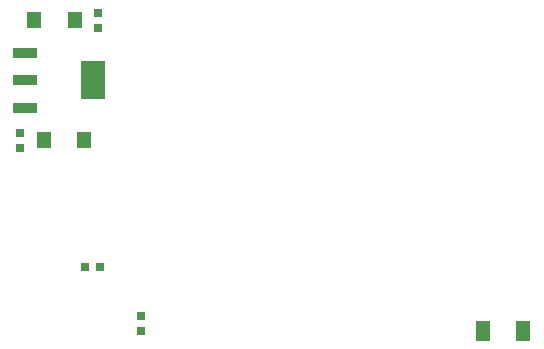
<source format=gtp>
G04*
G04 #@! TF.GenerationSoftware,Altium Limited,Altium Designer,18.1.9 (240)*
G04*
G04 Layer_Color=8421504*
%FSLAX25Y25*%
%MOIN*%
G70*
G01*
G75*
%ADD15R,0.03000X0.03000*%
%ADD16R,0.03000X0.03000*%
%ADD17R,0.05000X0.06500*%
%ADD18R,0.04724X0.05512*%
%ADD19R,0.08268X0.12598*%
%ADD20R,0.08268X0.03543*%
D15*
X80709Y-190157D02*
D03*
Y-185039D02*
D03*
X66500Y-89118D02*
D03*
Y-84000D02*
D03*
X40500Y-129118D02*
D03*
Y-124000D02*
D03*
D16*
X67235Y-168676D02*
D03*
X62117D02*
D03*
D17*
X194750Y-190000D02*
D03*
X208250D02*
D03*
D18*
X58693Y-86500D02*
D03*
X45307D02*
D03*
X48500Y-126500D02*
D03*
X61886D02*
D03*
D19*
X64720Y-106500D02*
D03*
D20*
X42279Y-115555D02*
D03*
Y-106500D02*
D03*
Y-97445D02*
D03*
M02*

</source>
